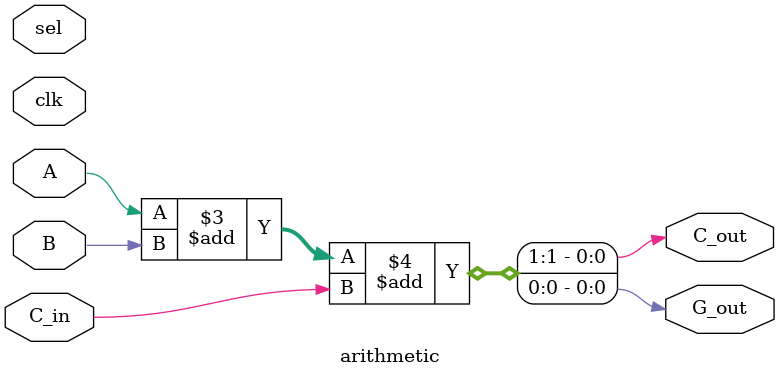
<source format=v>
module arithmetic(clk, A, B, C_in, sel, G_out, C_out);
    parameter sel_LENGTH = 2;
    parameter data_LENGTH = (sel_LENGTH >> 1);
    
    input clk;
    input [data_LENGTH-1:0] A;
    input [data_LENGTH-1:0] B;
    input C_in;
    input [sel_LENGTH-1:0] sel;

    output wire C_out;
    output wire [data_LENGTH-1:0] G_out;
    
    reg [data_LENGTH-1:0] Y;

    always @(posedge clk) begin
        case (sel) // MUX
            2'b00 : Y <= 4'b0000;
            2'b01 : Y <= B;
            2'b10 : Y <= ~B;
            2'b11 : Y <= 4'b1111; // binar = (data_LENGTH >> 1); Y<= binar-1;
        endcase
    end

    assign {C_out, G_out[data_LENGTH-1:0]} = A[data_LENGTH-1:0] + B[data_LENGTH-1:0] + C_in;

endmodule

</source>
